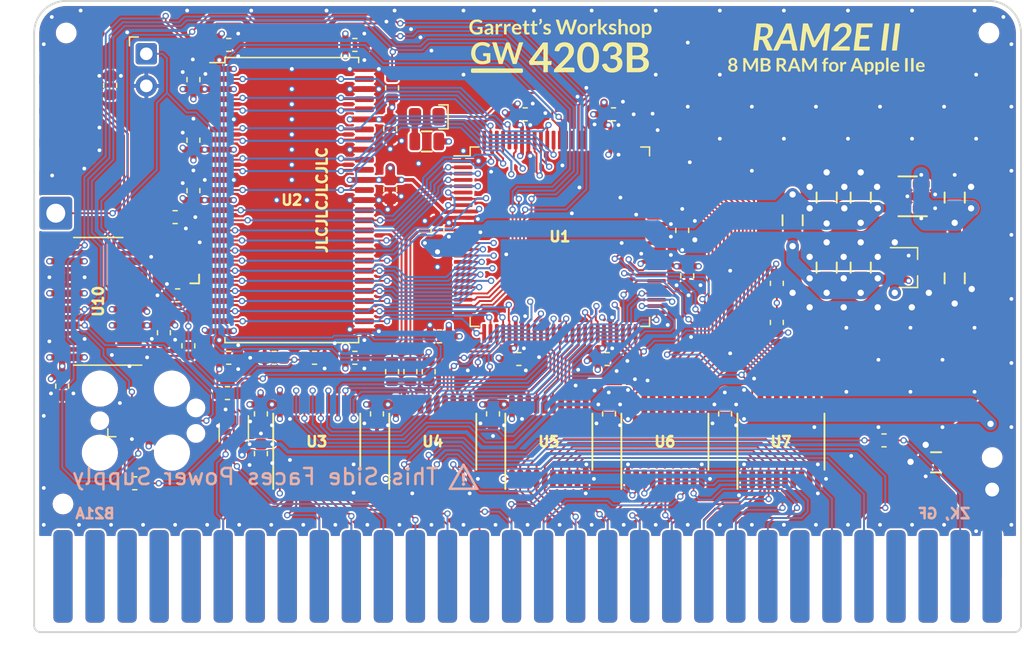
<source format=kicad_pcb>
(kicad_pcb (version 20221018) (generator pcbnew)

  (general
    (thickness 1.6108)
  )

  (paper "A4")
  (title_block
    (title "GW4203B (RAM2E II) - EPM240 / 5M240Z / AG256")
    (date "2024-04-24")
    (rev "2.1")
    (company "Garrett's Workshop")
  )

  (layers
    (0 "F.Cu" signal)
    (1 "In1.Cu" power)
    (2 "In2.Cu" power)
    (31 "B.Cu" signal)
    (32 "B.Adhes" user "B.Adhesive")
    (33 "F.Adhes" user "F.Adhesive")
    (34 "B.Paste" user)
    (35 "F.Paste" user)
    (36 "B.SilkS" user "B.Silkscreen")
    (37 "F.SilkS" user "F.Silkscreen")
    (38 "B.Mask" user)
    (39 "F.Mask" user)
    (40 "Dwgs.User" user "User.Drawings")
    (41 "Cmts.User" user "User.Comments")
    (42 "Eco1.User" user "User.Eco1")
    (43 "Eco2.User" user "User.Eco2")
    (44 "Edge.Cuts" user)
    (45 "Margin" user)
    (46 "B.CrtYd" user "B.Courtyard")
    (47 "F.CrtYd" user "F.Courtyard")
    (48 "B.Fab" user)
    (49 "F.Fab" user)
  )

  (setup
    (stackup
      (layer "F.SilkS" (type "Top Silk Screen"))
      (layer "F.Paste" (type "Top Solder Paste"))
      (layer "F.Mask" (type "Top Solder Mask") (thickness 0.01))
      (layer "F.Cu" (type "copper") (thickness 0.035))
      (layer "dielectric 1" (type "core") (thickness 0.2104) (material "FR4") (epsilon_r 4.6) (loss_tangent 0.02))
      (layer "In1.Cu" (type "copper") (thickness 0.0175))
      (layer "dielectric 2" (type "prepreg") (thickness 1.065) (material "FR4") (epsilon_r 4.5) (loss_tangent 0.02))
      (layer "In2.Cu" (type "copper") (thickness 0.0175))
      (layer "dielectric 3" (type "core") (thickness 0.2104) (material "FR4") (epsilon_r 4.6) (loss_tangent 0.02))
      (layer "B.Cu" (type "copper") (thickness 0.035))
      (layer "B.Mask" (type "Bottom Solder Mask") (thickness 0.01))
      (layer "B.Paste" (type "Bottom Solder Paste"))
      (layer "B.SilkS" (type "Bottom Silk Screen"))
      (copper_finish "None")
      (dielectric_constraints no)
    )
    (pad_to_mask_clearance 0.0762)
    (solder_mask_min_width 0.127)
    (pad_to_paste_clearance -0.0381)
    (pcbplotparams
      (layerselection 0x00010f8_ffffffff)
      (plot_on_all_layers_selection 0x0000000_00000000)
      (disableapertmacros false)
      (usegerberextensions true)
      (usegerberattributes false)
      (usegerberadvancedattributes false)
      (creategerberjobfile false)
      (dashed_line_dash_ratio 12.000000)
      (dashed_line_gap_ratio 3.000000)
      (svgprecision 4)
      (plotframeref false)
      (viasonmask false)
      (mode 1)
      (useauxorigin false)
      (hpglpennumber 1)
      (hpglpenspeed 20)
      (hpglpendiameter 15.000000)
      (dxfpolygonmode true)
      (dxfimperialunits true)
      (dxfusepcbnewfont true)
      (psnegative false)
      (psa4output false)
      (plotreference true)
      (plotvalue true)
      (plotinvisibletext false)
      (sketchpadsonfab false)
      (subtractmaskfromsilk true)
      (outputformat 1)
      (mirror false)
      (drillshape 0)
      (scaleselection 1)
      (outputdirectory "gerber/")
    )
  )

  (net 0 "")
  (net 1 "+5V")
  (net 2 "GND")
  (net 3 "/Vid7M")
  (net 4 "/~{SYNC}")
  (net 5 "/~{PRAS}")
  (net 6 "/VC")
  (net 7 "/~{C07X}")
  (net 8 "/~{WNDW}")
  (net 9 "/SEGA")
  (net 10 "/ROMEN1")
  (net 11 "/ROMEN2")
  (net 12 "/MD7")
  (net 13 "/MD6")
  (net 14 "/MD5")
  (net 15 "/MD4")
  (net 16 "/PHI0")
  (net 17 "/~{CLRGAT}")
  (net 18 "/~{80VID}")
  (net 19 "/~{PCAS}")
  (net 20 "/~{LDPS}")
  (net 21 "/R~{W}80")
  (net 22 "/PHI1")
  (net 23 "/~{CASEN}")
  (net 24 "/MD3")
  (net 25 "/MD2")
  (net 26 "/MD1")
  (net 27 "/MD0")
  (net 28 "/H0")
  (net 29 "/AN3")
  (net 30 "/~{EN80}")
  (net 31 "/~{ALTVID}")
  (net 32 "/~{SEROUT}")
  (net 33 "/~{ENVID}")
  (net 34 "/R~{W}")
  (net 35 "/Q3")
  (net 36 "/SEGB")
  (net 37 "/~{RA9}")
  (net 38 "/~{RA10}")
  (net 39 "/GR")
  (net 40 "/~{ENTMG}")
  (net 41 "/MA6")
  (net 42 "/MA5")
  (net 43 "/MA4")
  (net 44 "/MA3")
  (net 45 "/MA2")
  (net 46 "/MA1")
  (net 47 "/MA0")
  (net 48 "/MA7")
  (net 49 "/C7M")
  (net 50 "/C14M")
  (net 51 "/C3M58")
  (net 52 "/VD0")
  (net 53 "/VD1")
  (net 54 "/VD2")
  (net 55 "/VD3")
  (net 56 "/VD4")
  (net 57 "/VD5")
  (net 58 "/VD6")
  (net 59 "/VD7")
  (net 60 "+3V3")
  (net 61 "/TDI")
  (net 62 "Net-(D1-A)")
  (net 63 "Net-(U10-XO)")
  (net 64 "Net-(U10-XI)")
  (net 65 "/TMS")
  (net 66 "/TDO")
  (net 67 "/TCK")
  (net 68 "/RD5")
  (net 69 "/RD4")
  (net 70 "/RD3")
  (net 71 "/RD2")
  (net 72 "/RD7")
  (net 73 "/RD6")
  (net 74 "/RD0")
  (net 75 "/RD1")
  (net 76 "/DQMH")
  (net 77 "/~{WE}")
  (net 78 "/~{CAS}")
  (net 79 "/CKE")
  (net 80 "/~{RAS}")
  (net 81 "/BA0")
  (net 82 "/RA11")
  (net 83 "/~{CS}")
  (net 84 "/BA1")
  (net 85 "/RA9")
  (net 86 "/RA10")
  (net 87 "/RA8")
  (net 88 "/RA0")
  (net 89 "/RA7")
  (net 90 "/RA1")
  (net 91 "/RA6")
  (net 92 "/RA4")
  (net 93 "/RA3")
  (net 94 "/~{EN80}in")
  (net 95 "/RA5")
  (net 96 "/RA2")
  (net 97 "/R~{W}80in")
  (net 98 "/Ain5")
  (net 99 "/PHI1in")
  (net 100 "/Ain6")
  (net 101 "/USB5V")
  (net 102 "Net-(U4-B2)")
  (net 103 "Net-(U4-B0)")
  (net 104 "unconnected-(U1-IO2_61-Pad61)")
  (net 105 "/DQML")
  (net 106 "/~{C07X}in")
  (net 107 "/R~{W}in")
  (net 108 "/Ain0")
  (net 109 "/Ain1")
  (net 110 "/Ain2")
  (net 111 "/Ain3")
  (net 112 "/Ain4")
  (net 113 "/Ain7")
  (net 114 "/Din0")
  (net 115 "/Din1")
  (net 116 "/Din2")
  (net 117 "/Din3")
  (net 118 "/Din4")
  (net 119 "/Din5")
  (net 120 "/Din6")
  (net 121 "/Din7")
  (net 122 "/V~{OE}")
  (net 123 "/Vout7")
  (net 124 "/Vout6")
  (net 125 "/Vout5")
  (net 126 "/Vout4")
  (net 127 "/Vout3")
  (net 128 "/Vout2")
  (net 129 "/Vout1")
  (net 130 "/Vout0")
  (net 131 "/D~{OE}")
  (net 132 "/Dout0")
  (net 133 "/Dout1")
  (net 134 "/Dout2")
  (net 135 "/Dout3")
  (net 136 "/Dout4")
  (net 137 "/Dout5")
  (net 138 "/Dout6")
  (net 139 "/Dout7")
  (net 140 "/RCLK")
  (net 141 "/ACLK")
  (net 142 "unconnected-(U1-IO2_66-Pad66)")
  (net 143 "/~{FRCTXT}")
  (net 144 "unconnected-(U1-IO2_78-Pad78)")
  (net 145 "unconnected-(U1-IO2_81-Pad81)")
  (net 146 "unconnected-(U1-IO2_82-Pad82)")
  (net 147 "unconnected-(U1-IO2_83-Pad83)")
  (net 148 "/~{80VID}in")
  (net 149 "+1V8")
  (net 150 "unconnected-(U1-IO2_86-Pad86)")
  (net 151 "/C14MB")
  (net 152 "/C14MR")
  (net 153 "unconnected-(U4-B1-Pad17)")
  (net 154 "unconnected-(U9-NC-Pad4)")
  (net 155 "/LED")
  (net 156 "Net-(J2-D-)")
  (net 157 "unconnected-(J2-ID-Pad4)")
  (net 158 "/DHGR~{OE}")
  (net 159 "/UTCK")
  (net 160 "unconnected-(J5-Pin_6-Pad6)")
  (net 161 "unconnected-(J5-Pin_7-Pad7)")
  (net 162 "unconnected-(J5-Pin_8-Pad8)")
  (net 163 "Net-(J2-D+)")
  (net 164 "/TCKr")

  (footprint "stdpads:Fiducial" (layer "F.Cu") (at 203.2 129.54))

  (footprint "stdpads:Fiducial" (layer "F.Cu") (at 271.526 92.202))

  (footprint "stdpads:TSSOP-20_4.4x6.5mm_P0.65mm" (layer "F.Cu") (at 239.175 124.6))

  (footprint "stdpads:C_0603" (layer "F.Cu") (at 234.75 122.4 -90))

  (footprint "stdpads:C_0603" (layer "F.Cu") (at 253.15 122.4 -90))

  (footprint "stdpads:TSSOP-20_4.4x6.5mm_P0.65mm" (layer "F.Cu") (at 257.575 124.6))

  (footprint "stdpads:C_0603" (layer "F.Cu") (at 243.95 122.4 -90))

  (footprint "stdpads:TSSOP-20_4.4x6.5mm_P0.65mm" (layer "F.Cu") (at 220.775 124.6))

  (footprint "stdpads:TSSOP-20_4.4x6.5mm_P0.65mm" (layer "F.Cu") (at 248.375 124.6))

  (footprint "stdpads:AppleIIeAux_Edge" (layer "F.Cu") (at 237.49 135.382))

  (footprint "stdpads:TSSOP-20_4.4x6.5mm_P0.65mm" (layer "F.Cu") (at 229.975 124.6))

  (footprint "stdpads:C_0603" (layer "F.Cu") (at 225.55 122.4 -90))

  (footprint "stdpads:C_0603" (layer "F.Cu") (at 226.6 104.6 -90))

  (footprint "stdpads:C_0603" (layer "F.Cu") (at 211 100.7 90))

  (footprint "stdpads:C_0603" (layer "F.Cu") (at 211 95.9 90))

  (footprint "stdpads:C_0603" (layer "F.Cu") (at 237.3 98.65))

  (footprint "stdpads:C_0603" (layer "F.Cu") (at 244.3 98.65))

  (footprint "stdpads:C_0603" (layer "F.Cu") (at 243.8 118.05))

  (footprint "stdpads:C_0603" (layer "F.Cu") (at 236.8 118.05))

  (footprint "stdpads:C_0603" (layer "F.Cu") (at 249.75 107.85 90))

  (footprint "stdpads:C_0603" (layer "F.Cu") (at 230.35 107.85 90))

  (footprint "stdpads:C_0603" (layer "F.Cu") (at 211 104.7 90))

  (footprint "stdpads:C_0603" (layer "F.Cu") (at 226.6 99.8 -90))

  (footprint "stdpads:TSOP-II-54_22.2x10.16mm_P0.8mm" (layer "F.Cu") (at 218.8 105.45 -90))

  (footprint "stdpads:C_0603" (layer "F.Cu") (at 230.5 116.25 180))

  (footprint "stdpads:Fiducial" (layer "F.Cu") (at 203.454 92.202))

  (footprint "stdpads:PasteHole_1.1mm_PTH" (layer "F.Cu") (at 274.32 128.397))

  (footprint "stdpads:TQFP-100_14x14mm_P0.5mm" (layer "F.Cu") (at 240.05 108.35 -90))

  (footprint "stdpads:C_0805" (layer "F.Cu") (at 269.875 126.238 180))

  (footprint "stdpads:Fiducial" (layer "F.Cu") (at 270.129 129.286))

  (footprint "stdpads:C_0805" (layer "F.Cu") (at 271.35 111.65 -90))

  (footprint "stdpads:C_0603" (layer "F.Cu") (at 250.15 111.45 -90))

  (footprint "stdpads:C_0603" (layer "F.Cu") (at 223.8 93.15))

  (footprint "stdpads:PasteHole_1.152mm_NPTH" (layer "F.Cu") (at 200.66 129.54))

  (footprint "stdpads:PasteHole_1.152mm_NPTH" (layer "F.Cu") (at 200.914 92.202))

  (footprint "stdpads:PasteHole_1.152mm_NPTH" (layer "F.Cu") (at 274.066 92.202))

  (footprint "stdpads:PasteHole_1.152mm_NPTH" (layer "F.Cu") (at 274.32 125.857))

  (footprint "stdpads:C_0805" (layer "F.Cu") (at 263.9 110.8 90))

  (footprint "stdpads:SOT-23" (layer "F.Cu") (at 267.65 110.8 180))

  (footprint "stdpads:C_0805" (layer "F.Cu") (at 261.2 110.8 90))

  (footprint "stdpads:C_0603" (layer "F.Cu") (at 213.8 93.15))

  (footprint "stdpads:C_0603" (layer "F.Cu") (at 216.35 122.4 -90))

  (footprint "stdpads:C_0603" (layer "F.Cu")
    (tstamp 00000000-0000-0000-0000-00005f2ea09d)
    (at 213.8 117.95)
    (tags "capacitor")
    (property "LCSC Part" "C23630")
    (property "Sheetfile" "RAM2E.kicad_sch")
    (property "Sheetname" "")
    (property "ki_description" "Unpolarized capacitor, small symbol")
    (property "ki_keywords" "capacitor cap")
    (path "/00000000-0000-0000-0000-00005faec760")
    (solder_mask_margin 0.05)
    (solder_paste_margin -0.04)
    (attr smd)
    (fp_text reference "C24" (at 0 0) (layer "F.Fab")
        (effects (font (size 0.254 0.254) (thickness 0.0635)))
      (tstamp f9a4a553-5790-46b3-bc94-430dbef85765)
    )
    (fp_text value "2u2" (at 0 0.25) (layer "F.Fab")
        (effects (font (size 0.127 0.127) (thickness 0.03175)))
      (tstamp 12d25122-e0a3-4d69-9e02-f5db4812cb5a)
    )
    (fp_text user "${REFERENCE}" (at 0 0) (layer "F.SilkS") hide
        (effects (font (size 0.254 0.254) (thickness 0.0635)))
      (tstamp 67df948f-bcfb-4805-932d-024474b5d171)
    )
    (fp_line (start -0.162779 -0.51) (end 0.162779 -0.51)
      (stroke (width 0.12) (type solid)) (layer "F.SilkS") (tstamp 6e0bf127-c7de-4244-90f7-9774f8f3f007))
    (fp_line (start -0.162779 0.51) (end 0.162779 0.51)
      (stroke (width 0.12) (type solid)) (layer "F.SilkS") (tstamp 62d3e327-a6b4-42b9-917b-fd746406f869))
    (fp_line (start -1.4 -0.7) (end 1.4 -0.7)
      (stroke (width 0.05) (type solid)) (layer "F.CrtYd") (tstamp 6b34d647-0f7b-4094-a4f7-579ec6edbbdc))
    (fp_line (start -1.4 0.7) (end -1.4 -0.7)
      (stroke (width 0.05) (type solid)) (layer "F.CrtYd") (tstamp 2da05edb-f57c-4da8-899e-2b8acaf5efa5))
    (fp_line (start 1.4 -0.7) (end 1.4 0.7)
      (stroke (width 0.05) (type solid)) (layer "F.CrtYd") (tstamp 13636137-332b-4123-ac9f-fa5e0e2ec790))
    (fp_line (start 1.4 0.7) (end -1.4 0.7)
      (stroke (width 0.05) (type solid)) (layer "F.CrtYd") (tstamp 1ee2746d-fd67-4d8b-b685-50546331d98b))
    (fp_line (start -0.8 -0.4) (end 0.8 -0.4)
      (stroke (width 0.1) (type solid)) (layer "F.Fab") (tstamp e30f63f5-4beb-4e49-acf5-20e7f3917e64))
    (fp_line (start -0.8 0.4) (end -0.8 -0.4)
      (stroke (width 0.1) (type solid)) (layer "F.Fab") (tstamp 7ababded-fac7-41cf-b9dd-429a39434aef))
    (fp_line (start 0.8 -0.4) (end 0.8 0.4)
      (stroke (width 0.1) (type solid)) (layer "F.Fab") (tstamp 9f36a06b-6e73-4b30-b63d-7be31c78d51d))
    (fp_line (start 0.8 0.4) (end -0.8 0.4)
      (stroke (width 0.1) (type solid)) (layer "F.Fab") (tstamp ab5510b7-64ff-4944-9a3c-97de0627ab26))
    (pad "1" smd roundrect (at -0.75 0) (size 0.85 0.95) (layers "F.Cu" "
... [3605129 chars truncated]
</source>
